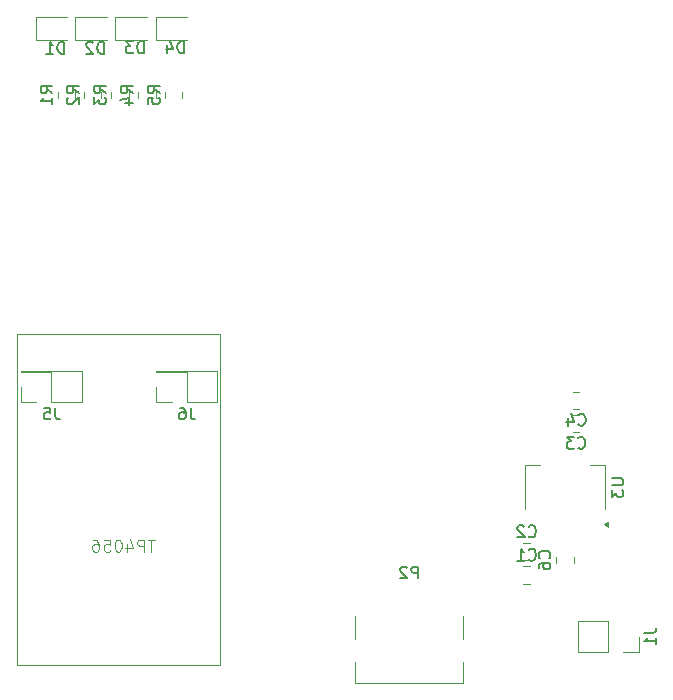
<source format=gbr>
%TF.GenerationSoftware,KiCad,Pcbnew,9.0.0*%
%TF.CreationDate,2025-04-24T22:15:06+07:00*%
%TF.ProjectId,Controll_,436f6e74-726f-46c6-9cbb-2e6b69636164,rev?*%
%TF.SameCoordinates,Original*%
%TF.FileFunction,Legend,Bot*%
%TF.FilePolarity,Positive*%
%FSLAX46Y46*%
G04 Gerber Fmt 4.6, Leading zero omitted, Abs format (unit mm)*
G04 Created by KiCad (PCBNEW 9.0.0) date 2025-04-24 22:15:06*
%MOMM*%
%LPD*%
G01*
G04 APERTURE LIST*
%ADD10C,0.100000*%
%ADD11C,0.150000*%
%ADD12C,0.120000*%
G04 APERTURE END LIST*
D10*
X106025000Y-84325000D02*
X123225000Y-84325000D01*
X123225000Y-112325000D01*
X106025000Y-112325000D01*
X106025000Y-84325000D01*
X117713972Y-101747419D02*
X117142544Y-101747419D01*
X117428258Y-102747419D02*
X117428258Y-101747419D01*
X116809210Y-102747419D02*
X116809210Y-101747419D01*
X116809210Y-101747419D02*
X116428258Y-101747419D01*
X116428258Y-101747419D02*
X116333020Y-101795038D01*
X116333020Y-101795038D02*
X116285401Y-101842657D01*
X116285401Y-101842657D02*
X116237782Y-101937895D01*
X116237782Y-101937895D02*
X116237782Y-102080752D01*
X116237782Y-102080752D02*
X116285401Y-102175990D01*
X116285401Y-102175990D02*
X116333020Y-102223609D01*
X116333020Y-102223609D02*
X116428258Y-102271228D01*
X116428258Y-102271228D02*
X116809210Y-102271228D01*
X115380639Y-102080752D02*
X115380639Y-102747419D01*
X115618734Y-101699800D02*
X115856829Y-102414085D01*
X115856829Y-102414085D02*
X115237782Y-102414085D01*
X114666353Y-101747419D02*
X114571115Y-101747419D01*
X114571115Y-101747419D02*
X114475877Y-101795038D01*
X114475877Y-101795038D02*
X114428258Y-101842657D01*
X114428258Y-101842657D02*
X114380639Y-101937895D01*
X114380639Y-101937895D02*
X114333020Y-102128371D01*
X114333020Y-102128371D02*
X114333020Y-102366466D01*
X114333020Y-102366466D02*
X114380639Y-102556942D01*
X114380639Y-102556942D02*
X114428258Y-102652180D01*
X114428258Y-102652180D02*
X114475877Y-102699800D01*
X114475877Y-102699800D02*
X114571115Y-102747419D01*
X114571115Y-102747419D02*
X114666353Y-102747419D01*
X114666353Y-102747419D02*
X114761591Y-102699800D01*
X114761591Y-102699800D02*
X114809210Y-102652180D01*
X114809210Y-102652180D02*
X114856829Y-102556942D01*
X114856829Y-102556942D02*
X114904448Y-102366466D01*
X114904448Y-102366466D02*
X114904448Y-102128371D01*
X114904448Y-102128371D02*
X114856829Y-101937895D01*
X114856829Y-101937895D02*
X114809210Y-101842657D01*
X114809210Y-101842657D02*
X114761591Y-101795038D01*
X114761591Y-101795038D02*
X114666353Y-101747419D01*
X113428258Y-101747419D02*
X113904448Y-101747419D01*
X113904448Y-101747419D02*
X113952067Y-102223609D01*
X113952067Y-102223609D02*
X113904448Y-102175990D01*
X113904448Y-102175990D02*
X113809210Y-102128371D01*
X113809210Y-102128371D02*
X113571115Y-102128371D01*
X113571115Y-102128371D02*
X113475877Y-102175990D01*
X113475877Y-102175990D02*
X113428258Y-102223609D01*
X113428258Y-102223609D02*
X113380639Y-102318847D01*
X113380639Y-102318847D02*
X113380639Y-102556942D01*
X113380639Y-102556942D02*
X113428258Y-102652180D01*
X113428258Y-102652180D02*
X113475877Y-102699800D01*
X113475877Y-102699800D02*
X113571115Y-102747419D01*
X113571115Y-102747419D02*
X113809210Y-102747419D01*
X113809210Y-102747419D02*
X113904448Y-102699800D01*
X113904448Y-102699800D02*
X113952067Y-102652180D01*
X112523496Y-101747419D02*
X112713972Y-101747419D01*
X112713972Y-101747419D02*
X112809210Y-101795038D01*
X112809210Y-101795038D02*
X112856829Y-101842657D01*
X112856829Y-101842657D02*
X112952067Y-101985514D01*
X112952067Y-101985514D02*
X112999686Y-102175990D01*
X112999686Y-102175990D02*
X112999686Y-102556942D01*
X112999686Y-102556942D02*
X112952067Y-102652180D01*
X112952067Y-102652180D02*
X112904448Y-102699800D01*
X112904448Y-102699800D02*
X112809210Y-102747419D01*
X112809210Y-102747419D02*
X112618734Y-102747419D01*
X112618734Y-102747419D02*
X112523496Y-102699800D01*
X112523496Y-102699800D02*
X112475877Y-102652180D01*
X112475877Y-102652180D02*
X112428258Y-102556942D01*
X112428258Y-102556942D02*
X112428258Y-102318847D01*
X112428258Y-102318847D02*
X112475877Y-102223609D01*
X112475877Y-102223609D02*
X112523496Y-102175990D01*
X112523496Y-102175990D02*
X112618734Y-102128371D01*
X112618734Y-102128371D02*
X112809210Y-102128371D01*
X112809210Y-102128371D02*
X112904448Y-102175990D01*
X112904448Y-102175990D02*
X112952067Y-102223609D01*
X112952067Y-102223609D02*
X112999686Y-102318847D01*
D11*
X151119580Y-103303333D02*
X151167200Y-103255714D01*
X151167200Y-103255714D02*
X151214819Y-103112857D01*
X151214819Y-103112857D02*
X151214819Y-103017619D01*
X151214819Y-103017619D02*
X151167200Y-102874762D01*
X151167200Y-102874762D02*
X151071961Y-102779524D01*
X151071961Y-102779524D02*
X150976723Y-102731905D01*
X150976723Y-102731905D02*
X150786247Y-102684286D01*
X150786247Y-102684286D02*
X150643390Y-102684286D01*
X150643390Y-102684286D02*
X150452914Y-102731905D01*
X150452914Y-102731905D02*
X150357676Y-102779524D01*
X150357676Y-102779524D02*
X150262438Y-102874762D01*
X150262438Y-102874762D02*
X150214819Y-103017619D01*
X150214819Y-103017619D02*
X150214819Y-103112857D01*
X150214819Y-103112857D02*
X150262438Y-103255714D01*
X150262438Y-103255714D02*
X150310057Y-103303333D01*
X150214819Y-104160476D02*
X150214819Y-103970000D01*
X150214819Y-103970000D02*
X150262438Y-103874762D01*
X150262438Y-103874762D02*
X150310057Y-103827143D01*
X150310057Y-103827143D02*
X150452914Y-103731905D01*
X150452914Y-103731905D02*
X150643390Y-103684286D01*
X150643390Y-103684286D02*
X151024342Y-103684286D01*
X151024342Y-103684286D02*
X151119580Y-103731905D01*
X151119580Y-103731905D02*
X151167200Y-103779524D01*
X151167200Y-103779524D02*
X151214819Y-103874762D01*
X151214819Y-103874762D02*
X151214819Y-104065238D01*
X151214819Y-104065238D02*
X151167200Y-104160476D01*
X151167200Y-104160476D02*
X151119580Y-104208095D01*
X151119580Y-104208095D02*
X151024342Y-104255714D01*
X151024342Y-104255714D02*
X150786247Y-104255714D01*
X150786247Y-104255714D02*
X150691009Y-104208095D01*
X150691009Y-104208095D02*
X150643390Y-104160476D01*
X150643390Y-104160476D02*
X150595771Y-104065238D01*
X150595771Y-104065238D02*
X150595771Y-103874762D01*
X150595771Y-103874762D02*
X150643390Y-103779524D01*
X150643390Y-103779524D02*
X150691009Y-103731905D01*
X150691009Y-103731905D02*
X150786247Y-103684286D01*
X159184819Y-109616666D02*
X159899104Y-109616666D01*
X159899104Y-109616666D02*
X160041961Y-109569047D01*
X160041961Y-109569047D02*
X160137200Y-109473809D01*
X160137200Y-109473809D02*
X160184819Y-109330952D01*
X160184819Y-109330952D02*
X160184819Y-109235714D01*
X160184819Y-110616666D02*
X160184819Y-110045238D01*
X160184819Y-110330952D02*
X159184819Y-110330952D01*
X159184819Y-110330952D02*
X159327676Y-110235714D01*
X159327676Y-110235714D02*
X159422914Y-110140476D01*
X159422914Y-110140476D02*
X159470533Y-110045238D01*
X120753333Y-90559819D02*
X120753333Y-91274104D01*
X120753333Y-91274104D02*
X120800952Y-91416961D01*
X120800952Y-91416961D02*
X120896190Y-91512200D01*
X120896190Y-91512200D02*
X121039047Y-91559819D01*
X121039047Y-91559819D02*
X121134285Y-91559819D01*
X119848571Y-90559819D02*
X120039047Y-90559819D01*
X120039047Y-90559819D02*
X120134285Y-90607438D01*
X120134285Y-90607438D02*
X120181904Y-90655057D01*
X120181904Y-90655057D02*
X120277142Y-90797914D01*
X120277142Y-90797914D02*
X120324761Y-90988390D01*
X120324761Y-90988390D02*
X120324761Y-91369342D01*
X120324761Y-91369342D02*
X120277142Y-91464580D01*
X120277142Y-91464580D02*
X120229523Y-91512200D01*
X120229523Y-91512200D02*
X120134285Y-91559819D01*
X120134285Y-91559819D02*
X119943809Y-91559819D01*
X119943809Y-91559819D02*
X119848571Y-91512200D01*
X119848571Y-91512200D02*
X119800952Y-91464580D01*
X119800952Y-91464580D02*
X119753333Y-91369342D01*
X119753333Y-91369342D02*
X119753333Y-91131247D01*
X119753333Y-91131247D02*
X119800952Y-91036009D01*
X119800952Y-91036009D02*
X119848571Y-90988390D01*
X119848571Y-90988390D02*
X119943809Y-90940771D01*
X119943809Y-90940771D02*
X120134285Y-90940771D01*
X120134285Y-90940771D02*
X120229523Y-90988390D01*
X120229523Y-90988390D02*
X120277142Y-91036009D01*
X120277142Y-91036009D02*
X120324761Y-91131247D01*
X149366666Y-101439580D02*
X149414285Y-101487200D01*
X149414285Y-101487200D02*
X149557142Y-101534819D01*
X149557142Y-101534819D02*
X149652380Y-101534819D01*
X149652380Y-101534819D02*
X149795237Y-101487200D01*
X149795237Y-101487200D02*
X149890475Y-101391961D01*
X149890475Y-101391961D02*
X149938094Y-101296723D01*
X149938094Y-101296723D02*
X149985713Y-101106247D01*
X149985713Y-101106247D02*
X149985713Y-100963390D01*
X149985713Y-100963390D02*
X149938094Y-100772914D01*
X149938094Y-100772914D02*
X149890475Y-100677676D01*
X149890475Y-100677676D02*
X149795237Y-100582438D01*
X149795237Y-100582438D02*
X149652380Y-100534819D01*
X149652380Y-100534819D02*
X149557142Y-100534819D01*
X149557142Y-100534819D02*
X149414285Y-100582438D01*
X149414285Y-100582438D02*
X149366666Y-100630057D01*
X148985713Y-100630057D02*
X148938094Y-100582438D01*
X148938094Y-100582438D02*
X148842856Y-100534819D01*
X148842856Y-100534819D02*
X148604761Y-100534819D01*
X148604761Y-100534819D02*
X148509523Y-100582438D01*
X148509523Y-100582438D02*
X148461904Y-100630057D01*
X148461904Y-100630057D02*
X148414285Y-100725295D01*
X148414285Y-100725295D02*
X148414285Y-100820533D01*
X148414285Y-100820533D02*
X148461904Y-100963390D01*
X148461904Y-100963390D02*
X149033332Y-101534819D01*
X149033332Y-101534819D02*
X148414285Y-101534819D01*
X115854819Y-63933333D02*
X115378628Y-63600000D01*
X115854819Y-63361905D02*
X114854819Y-63361905D01*
X114854819Y-63361905D02*
X114854819Y-63742857D01*
X114854819Y-63742857D02*
X114902438Y-63838095D01*
X114902438Y-63838095D02*
X114950057Y-63885714D01*
X114950057Y-63885714D02*
X115045295Y-63933333D01*
X115045295Y-63933333D02*
X115188152Y-63933333D01*
X115188152Y-63933333D02*
X115283390Y-63885714D01*
X115283390Y-63885714D02*
X115331009Y-63838095D01*
X115331009Y-63838095D02*
X115378628Y-63742857D01*
X115378628Y-63742857D02*
X115378628Y-63361905D01*
X115188152Y-64790476D02*
X115854819Y-64790476D01*
X114807200Y-64552381D02*
X115521485Y-64314286D01*
X115521485Y-64314286D02*
X115521485Y-64933333D01*
X149366666Y-103419580D02*
X149414285Y-103467200D01*
X149414285Y-103467200D02*
X149557142Y-103514819D01*
X149557142Y-103514819D02*
X149652380Y-103514819D01*
X149652380Y-103514819D02*
X149795237Y-103467200D01*
X149795237Y-103467200D02*
X149890475Y-103371961D01*
X149890475Y-103371961D02*
X149938094Y-103276723D01*
X149938094Y-103276723D02*
X149985713Y-103086247D01*
X149985713Y-103086247D02*
X149985713Y-102943390D01*
X149985713Y-102943390D02*
X149938094Y-102752914D01*
X149938094Y-102752914D02*
X149890475Y-102657676D01*
X149890475Y-102657676D02*
X149795237Y-102562438D01*
X149795237Y-102562438D02*
X149652380Y-102514819D01*
X149652380Y-102514819D02*
X149557142Y-102514819D01*
X149557142Y-102514819D02*
X149414285Y-102562438D01*
X149414285Y-102562438D02*
X149366666Y-102610057D01*
X148414285Y-103514819D02*
X148985713Y-103514819D01*
X148699999Y-103514819D02*
X148699999Y-102514819D01*
X148699999Y-102514819D02*
X148795237Y-102657676D01*
X148795237Y-102657676D02*
X148890475Y-102752914D01*
X148890475Y-102752914D02*
X148985713Y-102800533D01*
X109054819Y-63935833D02*
X108578628Y-63602500D01*
X109054819Y-63364405D02*
X108054819Y-63364405D01*
X108054819Y-63364405D02*
X108054819Y-63745357D01*
X108054819Y-63745357D02*
X108102438Y-63840595D01*
X108102438Y-63840595D02*
X108150057Y-63888214D01*
X108150057Y-63888214D02*
X108245295Y-63935833D01*
X108245295Y-63935833D02*
X108388152Y-63935833D01*
X108388152Y-63935833D02*
X108483390Y-63888214D01*
X108483390Y-63888214D02*
X108531009Y-63840595D01*
X108531009Y-63840595D02*
X108578628Y-63745357D01*
X108578628Y-63745357D02*
X108578628Y-63364405D01*
X109054819Y-64888214D02*
X109054819Y-64316786D01*
X109054819Y-64602500D02*
X108054819Y-64602500D01*
X108054819Y-64602500D02*
X108197676Y-64507262D01*
X108197676Y-64507262D02*
X108292914Y-64412024D01*
X108292914Y-64412024D02*
X108340533Y-64316786D01*
X153576666Y-91989580D02*
X153624285Y-92037200D01*
X153624285Y-92037200D02*
X153767142Y-92084819D01*
X153767142Y-92084819D02*
X153862380Y-92084819D01*
X153862380Y-92084819D02*
X154005237Y-92037200D01*
X154005237Y-92037200D02*
X154100475Y-91941961D01*
X154100475Y-91941961D02*
X154148094Y-91846723D01*
X154148094Y-91846723D02*
X154195713Y-91656247D01*
X154195713Y-91656247D02*
X154195713Y-91513390D01*
X154195713Y-91513390D02*
X154148094Y-91322914D01*
X154148094Y-91322914D02*
X154100475Y-91227676D01*
X154100475Y-91227676D02*
X154005237Y-91132438D01*
X154005237Y-91132438D02*
X153862380Y-91084819D01*
X153862380Y-91084819D02*
X153767142Y-91084819D01*
X153767142Y-91084819D02*
X153624285Y-91132438D01*
X153624285Y-91132438D02*
X153576666Y-91180057D01*
X152719523Y-91418152D02*
X152719523Y-92084819D01*
X152957618Y-91037200D02*
X153195713Y-91751485D01*
X153195713Y-91751485D02*
X152576666Y-91751485D01*
X120213094Y-60557319D02*
X120213094Y-59557319D01*
X120213094Y-59557319D02*
X119974999Y-59557319D01*
X119974999Y-59557319D02*
X119832142Y-59604938D01*
X119832142Y-59604938D02*
X119736904Y-59700176D01*
X119736904Y-59700176D02*
X119689285Y-59795414D01*
X119689285Y-59795414D02*
X119641666Y-59985890D01*
X119641666Y-59985890D02*
X119641666Y-60128747D01*
X119641666Y-60128747D02*
X119689285Y-60319223D01*
X119689285Y-60319223D02*
X119736904Y-60414461D01*
X119736904Y-60414461D02*
X119832142Y-60509700D01*
X119832142Y-60509700D02*
X119974999Y-60557319D01*
X119974999Y-60557319D02*
X120213094Y-60557319D01*
X118784523Y-59890652D02*
X118784523Y-60557319D01*
X119022618Y-59509700D02*
X119260713Y-60223985D01*
X119260713Y-60223985D02*
X118641666Y-60223985D01*
X113579819Y-63935833D02*
X113103628Y-63602500D01*
X113579819Y-63364405D02*
X112579819Y-63364405D01*
X112579819Y-63364405D02*
X112579819Y-63745357D01*
X112579819Y-63745357D02*
X112627438Y-63840595D01*
X112627438Y-63840595D02*
X112675057Y-63888214D01*
X112675057Y-63888214D02*
X112770295Y-63935833D01*
X112770295Y-63935833D02*
X112913152Y-63935833D01*
X112913152Y-63935833D02*
X113008390Y-63888214D01*
X113008390Y-63888214D02*
X113056009Y-63840595D01*
X113056009Y-63840595D02*
X113103628Y-63745357D01*
X113103628Y-63745357D02*
X113103628Y-63364405D01*
X112579819Y-64269167D02*
X112579819Y-64888214D01*
X112579819Y-64888214D02*
X112960771Y-64554881D01*
X112960771Y-64554881D02*
X112960771Y-64697738D01*
X112960771Y-64697738D02*
X113008390Y-64792976D01*
X113008390Y-64792976D02*
X113056009Y-64840595D01*
X113056009Y-64840595D02*
X113151247Y-64888214D01*
X113151247Y-64888214D02*
X113389342Y-64888214D01*
X113389342Y-64888214D02*
X113484580Y-64840595D01*
X113484580Y-64840595D02*
X113532200Y-64792976D01*
X113532200Y-64792976D02*
X113579819Y-64697738D01*
X113579819Y-64697738D02*
X113579819Y-64412024D01*
X113579819Y-64412024D02*
X113532200Y-64316786D01*
X113532200Y-64316786D02*
X113484580Y-64269167D01*
X140013094Y-105014819D02*
X140013094Y-104014819D01*
X140013094Y-104014819D02*
X139632142Y-104014819D01*
X139632142Y-104014819D02*
X139536904Y-104062438D01*
X139536904Y-104062438D02*
X139489285Y-104110057D01*
X139489285Y-104110057D02*
X139441666Y-104205295D01*
X139441666Y-104205295D02*
X139441666Y-104348152D01*
X139441666Y-104348152D02*
X139489285Y-104443390D01*
X139489285Y-104443390D02*
X139536904Y-104491009D01*
X139536904Y-104491009D02*
X139632142Y-104538628D01*
X139632142Y-104538628D02*
X140013094Y-104538628D01*
X139060713Y-104110057D02*
X139013094Y-104062438D01*
X139013094Y-104062438D02*
X138917856Y-104014819D01*
X138917856Y-104014819D02*
X138679761Y-104014819D01*
X138679761Y-104014819D02*
X138584523Y-104062438D01*
X138584523Y-104062438D02*
X138536904Y-104110057D01*
X138536904Y-104110057D02*
X138489285Y-104205295D01*
X138489285Y-104205295D02*
X138489285Y-104300533D01*
X138489285Y-104300533D02*
X138536904Y-104443390D01*
X138536904Y-104443390D02*
X139108332Y-105014819D01*
X139108332Y-105014819D02*
X138489285Y-105014819D01*
X109303333Y-90559819D02*
X109303333Y-91274104D01*
X109303333Y-91274104D02*
X109350952Y-91416961D01*
X109350952Y-91416961D02*
X109446190Y-91512200D01*
X109446190Y-91512200D02*
X109589047Y-91559819D01*
X109589047Y-91559819D02*
X109684285Y-91559819D01*
X108350952Y-90559819D02*
X108827142Y-90559819D01*
X108827142Y-90559819D02*
X108874761Y-91036009D01*
X108874761Y-91036009D02*
X108827142Y-90988390D01*
X108827142Y-90988390D02*
X108731904Y-90940771D01*
X108731904Y-90940771D02*
X108493809Y-90940771D01*
X108493809Y-90940771D02*
X108398571Y-90988390D01*
X108398571Y-90988390D02*
X108350952Y-91036009D01*
X108350952Y-91036009D02*
X108303333Y-91131247D01*
X108303333Y-91131247D02*
X108303333Y-91369342D01*
X108303333Y-91369342D02*
X108350952Y-91464580D01*
X108350952Y-91464580D02*
X108398571Y-91512200D01*
X108398571Y-91512200D02*
X108493809Y-91559819D01*
X108493809Y-91559819D02*
X108731904Y-91559819D01*
X108731904Y-91559819D02*
X108827142Y-91512200D01*
X108827142Y-91512200D02*
X108874761Y-91464580D01*
X111279819Y-63935833D02*
X110803628Y-63602500D01*
X111279819Y-63364405D02*
X110279819Y-63364405D01*
X110279819Y-63364405D02*
X110279819Y-63745357D01*
X110279819Y-63745357D02*
X110327438Y-63840595D01*
X110327438Y-63840595D02*
X110375057Y-63888214D01*
X110375057Y-63888214D02*
X110470295Y-63935833D01*
X110470295Y-63935833D02*
X110613152Y-63935833D01*
X110613152Y-63935833D02*
X110708390Y-63888214D01*
X110708390Y-63888214D02*
X110756009Y-63840595D01*
X110756009Y-63840595D02*
X110803628Y-63745357D01*
X110803628Y-63745357D02*
X110803628Y-63364405D01*
X110375057Y-64316786D02*
X110327438Y-64364405D01*
X110327438Y-64364405D02*
X110279819Y-64459643D01*
X110279819Y-64459643D02*
X110279819Y-64697738D01*
X110279819Y-64697738D02*
X110327438Y-64792976D01*
X110327438Y-64792976D02*
X110375057Y-64840595D01*
X110375057Y-64840595D02*
X110470295Y-64888214D01*
X110470295Y-64888214D02*
X110565533Y-64888214D01*
X110565533Y-64888214D02*
X110708390Y-64840595D01*
X110708390Y-64840595D02*
X111279819Y-64269167D01*
X111279819Y-64269167D02*
X111279819Y-64888214D01*
X110050594Y-60582319D02*
X110050594Y-59582319D01*
X110050594Y-59582319D02*
X109812499Y-59582319D01*
X109812499Y-59582319D02*
X109669642Y-59629938D01*
X109669642Y-59629938D02*
X109574404Y-59725176D01*
X109574404Y-59725176D02*
X109526785Y-59820414D01*
X109526785Y-59820414D02*
X109479166Y-60010890D01*
X109479166Y-60010890D02*
X109479166Y-60153747D01*
X109479166Y-60153747D02*
X109526785Y-60344223D01*
X109526785Y-60344223D02*
X109574404Y-60439461D01*
X109574404Y-60439461D02*
X109669642Y-60534700D01*
X109669642Y-60534700D02*
X109812499Y-60582319D01*
X109812499Y-60582319D02*
X110050594Y-60582319D01*
X108526785Y-60582319D02*
X109098213Y-60582319D01*
X108812499Y-60582319D02*
X108812499Y-59582319D01*
X108812499Y-59582319D02*
X108907737Y-59725176D01*
X108907737Y-59725176D02*
X109002975Y-59820414D01*
X109002975Y-59820414D02*
X109098213Y-59868033D01*
X116788094Y-60557319D02*
X116788094Y-59557319D01*
X116788094Y-59557319D02*
X116549999Y-59557319D01*
X116549999Y-59557319D02*
X116407142Y-59604938D01*
X116407142Y-59604938D02*
X116311904Y-59700176D01*
X116311904Y-59700176D02*
X116264285Y-59795414D01*
X116264285Y-59795414D02*
X116216666Y-59985890D01*
X116216666Y-59985890D02*
X116216666Y-60128747D01*
X116216666Y-60128747D02*
X116264285Y-60319223D01*
X116264285Y-60319223D02*
X116311904Y-60414461D01*
X116311904Y-60414461D02*
X116407142Y-60509700D01*
X116407142Y-60509700D02*
X116549999Y-60557319D01*
X116549999Y-60557319D02*
X116788094Y-60557319D01*
X115883332Y-59557319D02*
X115264285Y-59557319D01*
X115264285Y-59557319D02*
X115597618Y-59938271D01*
X115597618Y-59938271D02*
X115454761Y-59938271D01*
X115454761Y-59938271D02*
X115359523Y-59985890D01*
X115359523Y-59985890D02*
X115311904Y-60033509D01*
X115311904Y-60033509D02*
X115264285Y-60128747D01*
X115264285Y-60128747D02*
X115264285Y-60366842D01*
X115264285Y-60366842D02*
X115311904Y-60462080D01*
X115311904Y-60462080D02*
X115359523Y-60509700D01*
X115359523Y-60509700D02*
X115454761Y-60557319D01*
X115454761Y-60557319D02*
X115740475Y-60557319D01*
X115740475Y-60557319D02*
X115835713Y-60509700D01*
X115835713Y-60509700D02*
X115883332Y-60462080D01*
X153566666Y-93949580D02*
X153614285Y-93997200D01*
X153614285Y-93997200D02*
X153757142Y-94044819D01*
X153757142Y-94044819D02*
X153852380Y-94044819D01*
X153852380Y-94044819D02*
X153995237Y-93997200D01*
X153995237Y-93997200D02*
X154090475Y-93901961D01*
X154090475Y-93901961D02*
X154138094Y-93806723D01*
X154138094Y-93806723D02*
X154185713Y-93616247D01*
X154185713Y-93616247D02*
X154185713Y-93473390D01*
X154185713Y-93473390D02*
X154138094Y-93282914D01*
X154138094Y-93282914D02*
X154090475Y-93187676D01*
X154090475Y-93187676D02*
X153995237Y-93092438D01*
X153995237Y-93092438D02*
X153852380Y-93044819D01*
X153852380Y-93044819D02*
X153757142Y-93044819D01*
X153757142Y-93044819D02*
X153614285Y-93092438D01*
X153614285Y-93092438D02*
X153566666Y-93140057D01*
X153233332Y-93044819D02*
X152614285Y-93044819D01*
X152614285Y-93044819D02*
X152947618Y-93425771D01*
X152947618Y-93425771D02*
X152804761Y-93425771D01*
X152804761Y-93425771D02*
X152709523Y-93473390D01*
X152709523Y-93473390D02*
X152661904Y-93521009D01*
X152661904Y-93521009D02*
X152614285Y-93616247D01*
X152614285Y-93616247D02*
X152614285Y-93854342D01*
X152614285Y-93854342D02*
X152661904Y-93949580D01*
X152661904Y-93949580D02*
X152709523Y-93997200D01*
X152709523Y-93997200D02*
X152804761Y-94044819D01*
X152804761Y-94044819D02*
X153090475Y-94044819D01*
X153090475Y-94044819D02*
X153185713Y-93997200D01*
X153185713Y-93997200D02*
X153233332Y-93949580D01*
X156404819Y-96563095D02*
X157214342Y-96563095D01*
X157214342Y-96563095D02*
X157309580Y-96610714D01*
X157309580Y-96610714D02*
X157357200Y-96658333D01*
X157357200Y-96658333D02*
X157404819Y-96753571D01*
X157404819Y-96753571D02*
X157404819Y-96944047D01*
X157404819Y-96944047D02*
X157357200Y-97039285D01*
X157357200Y-97039285D02*
X157309580Y-97086904D01*
X157309580Y-97086904D02*
X157214342Y-97134523D01*
X157214342Y-97134523D02*
X156404819Y-97134523D01*
X156404819Y-97515476D02*
X156404819Y-98134523D01*
X156404819Y-98134523D02*
X156785771Y-97801190D01*
X156785771Y-97801190D02*
X156785771Y-97944047D01*
X156785771Y-97944047D02*
X156833390Y-98039285D01*
X156833390Y-98039285D02*
X156881009Y-98086904D01*
X156881009Y-98086904D02*
X156976247Y-98134523D01*
X156976247Y-98134523D02*
X157214342Y-98134523D01*
X157214342Y-98134523D02*
X157309580Y-98086904D01*
X157309580Y-98086904D02*
X157357200Y-98039285D01*
X157357200Y-98039285D02*
X157404819Y-97944047D01*
X157404819Y-97944047D02*
X157404819Y-97658333D01*
X157404819Y-97658333D02*
X157357200Y-97563095D01*
X157357200Y-97563095D02*
X157309580Y-97515476D01*
X113425594Y-60582319D02*
X113425594Y-59582319D01*
X113425594Y-59582319D02*
X113187499Y-59582319D01*
X113187499Y-59582319D02*
X113044642Y-59629938D01*
X113044642Y-59629938D02*
X112949404Y-59725176D01*
X112949404Y-59725176D02*
X112901785Y-59820414D01*
X112901785Y-59820414D02*
X112854166Y-60010890D01*
X112854166Y-60010890D02*
X112854166Y-60153747D01*
X112854166Y-60153747D02*
X112901785Y-60344223D01*
X112901785Y-60344223D02*
X112949404Y-60439461D01*
X112949404Y-60439461D02*
X113044642Y-60534700D01*
X113044642Y-60534700D02*
X113187499Y-60582319D01*
X113187499Y-60582319D02*
X113425594Y-60582319D01*
X112473213Y-59677557D02*
X112425594Y-59629938D01*
X112425594Y-59629938D02*
X112330356Y-59582319D01*
X112330356Y-59582319D02*
X112092261Y-59582319D01*
X112092261Y-59582319D02*
X111997023Y-59629938D01*
X111997023Y-59629938D02*
X111949404Y-59677557D01*
X111949404Y-59677557D02*
X111901785Y-59772795D01*
X111901785Y-59772795D02*
X111901785Y-59868033D01*
X111901785Y-59868033D02*
X111949404Y-60010890D01*
X111949404Y-60010890D02*
X112520832Y-60582319D01*
X112520832Y-60582319D02*
X111901785Y-60582319D01*
X118129819Y-63935833D02*
X117653628Y-63602500D01*
X118129819Y-63364405D02*
X117129819Y-63364405D01*
X117129819Y-63364405D02*
X117129819Y-63745357D01*
X117129819Y-63745357D02*
X117177438Y-63840595D01*
X117177438Y-63840595D02*
X117225057Y-63888214D01*
X117225057Y-63888214D02*
X117320295Y-63935833D01*
X117320295Y-63935833D02*
X117463152Y-63935833D01*
X117463152Y-63935833D02*
X117558390Y-63888214D01*
X117558390Y-63888214D02*
X117606009Y-63840595D01*
X117606009Y-63840595D02*
X117653628Y-63745357D01*
X117653628Y-63745357D02*
X117653628Y-63364405D01*
X117129819Y-64840595D02*
X117129819Y-64364405D01*
X117129819Y-64364405D02*
X117606009Y-64316786D01*
X117606009Y-64316786D02*
X117558390Y-64364405D01*
X117558390Y-64364405D02*
X117510771Y-64459643D01*
X117510771Y-64459643D02*
X117510771Y-64697738D01*
X117510771Y-64697738D02*
X117558390Y-64792976D01*
X117558390Y-64792976D02*
X117606009Y-64840595D01*
X117606009Y-64840595D02*
X117701247Y-64888214D01*
X117701247Y-64888214D02*
X117939342Y-64888214D01*
X117939342Y-64888214D02*
X118034580Y-64840595D01*
X118034580Y-64840595D02*
X118082200Y-64792976D01*
X118082200Y-64792976D02*
X118129819Y-64697738D01*
X118129819Y-64697738D02*
X118129819Y-64459643D01*
X118129819Y-64459643D02*
X118082200Y-64364405D01*
X118082200Y-64364405D02*
X118034580Y-64316786D01*
D12*
%TO.C,C6*%
X151705000Y-103208748D02*
X151705000Y-103731252D01*
X153175000Y-103208748D02*
X153175000Y-103731252D01*
%TO.C,J1*%
X153530000Y-111280000D02*
X153530000Y-108620000D01*
X156130000Y-108620000D02*
X153530000Y-108620000D01*
X156130000Y-111280000D02*
X153530000Y-111280000D01*
X156130000Y-111280000D02*
X156130000Y-108620000D01*
X157400000Y-111280000D02*
X158730000Y-111280000D01*
X158730000Y-111280000D02*
X158730000Y-109950000D01*
%TO.C,J6*%
X117820000Y-87445000D02*
X123020000Y-87445000D01*
X117820000Y-87505000D02*
X117820000Y-87445000D01*
X117820000Y-87505000D02*
X120420000Y-87505000D01*
X117820000Y-88775000D02*
X117820000Y-90105000D01*
X117820000Y-90105000D02*
X119150000Y-90105000D01*
X120420000Y-87505000D02*
X120420000Y-90105000D01*
X120420000Y-90105000D02*
X123020000Y-90105000D01*
X123020000Y-90105000D02*
X123020000Y-87445000D01*
%TO.C,C2*%
X149461252Y-102025000D02*
X148938748Y-102025000D01*
X149461252Y-103495000D02*
X148938748Y-103495000D01*
%TO.C,R4*%
X116315000Y-63872936D02*
X116315000Y-64327064D01*
X117785000Y-63872936D02*
X117785000Y-64327064D01*
%TO.C,C1*%
X149461252Y-104005000D02*
X148938748Y-104005000D01*
X149461252Y-105475000D02*
X148938748Y-105475000D01*
%TO.C,R1*%
X109515000Y-63875436D02*
X109515000Y-64329564D01*
X110985000Y-63875436D02*
X110985000Y-64329564D01*
%TO.C,C4*%
X153148748Y-89215000D02*
X153671252Y-89215000D01*
X153148748Y-90685000D02*
X153671252Y-90685000D01*
%TO.C,D4*%
X117790000Y-57492500D02*
X120475000Y-57492500D01*
X117790000Y-59412500D02*
X117790000Y-57492500D01*
X120475000Y-59412500D02*
X117790000Y-59412500D01*
%TO.C,R3*%
X114040000Y-63875436D02*
X114040000Y-64329564D01*
X115510000Y-63875436D02*
X115510000Y-64329564D01*
%TO.C,P2*%
X134695000Y-110130000D02*
X134695000Y-108210000D01*
X134695000Y-112140000D02*
X134695000Y-113845000D01*
X134695000Y-113845000D02*
X143855000Y-113845000D01*
X143855000Y-108210000D02*
X143855000Y-110130000D01*
X143855000Y-113845000D02*
X143855000Y-112140000D01*
%TO.C,J5*%
X106370000Y-87445000D02*
X111570000Y-87445000D01*
X106370000Y-87505000D02*
X106370000Y-87445000D01*
X106370000Y-87505000D02*
X108970000Y-87505000D01*
X106370000Y-88775000D02*
X106370000Y-90105000D01*
X106370000Y-90105000D02*
X107700000Y-90105000D01*
X108970000Y-87505000D02*
X108970000Y-90105000D01*
X108970000Y-90105000D02*
X111570000Y-90105000D01*
X111570000Y-90105000D02*
X111570000Y-87445000D01*
%TO.C,R2*%
X111740000Y-63875436D02*
X111740000Y-64329564D01*
X113210000Y-63875436D02*
X113210000Y-64329564D01*
%TO.C,D1*%
X107627500Y-57517500D02*
X110312500Y-57517500D01*
X107627500Y-59437500D02*
X107627500Y-57517500D01*
X110312500Y-59437500D02*
X107627500Y-59437500D01*
%TO.C,D3*%
X114365000Y-57492500D02*
X117050000Y-57492500D01*
X114365000Y-59412500D02*
X114365000Y-57492500D01*
X117050000Y-59412500D02*
X114365000Y-59412500D01*
%TO.C,C3*%
X153138748Y-91175000D02*
X153661252Y-91175000D01*
X153138748Y-92645000D02*
X153661252Y-92645000D01*
%TO.C,U3*%
X149040000Y-95415000D02*
X150300000Y-95415000D01*
X149040000Y-99175000D02*
X149040000Y-95415000D01*
X155860000Y-95415000D02*
X154600000Y-95415000D01*
X155860000Y-99175000D02*
X155860000Y-95415000D01*
X156090000Y-100695000D02*
X155760000Y-100455000D01*
X156090000Y-100215000D01*
X156090000Y-100695000D01*
G36*
X156090000Y-100695000D02*
G01*
X155760000Y-100455000D01*
X156090000Y-100215000D01*
X156090000Y-100695000D01*
G37*
%TO.C,D2*%
X111002500Y-57517500D02*
X113687500Y-57517500D01*
X111002500Y-59437500D02*
X111002500Y-57517500D01*
X113687500Y-59437500D02*
X111002500Y-59437500D01*
%TO.C,R5*%
X118590000Y-63875436D02*
X118590000Y-64329564D01*
X120060000Y-63875436D02*
X120060000Y-64329564D01*
%TD*%
M02*

</source>
